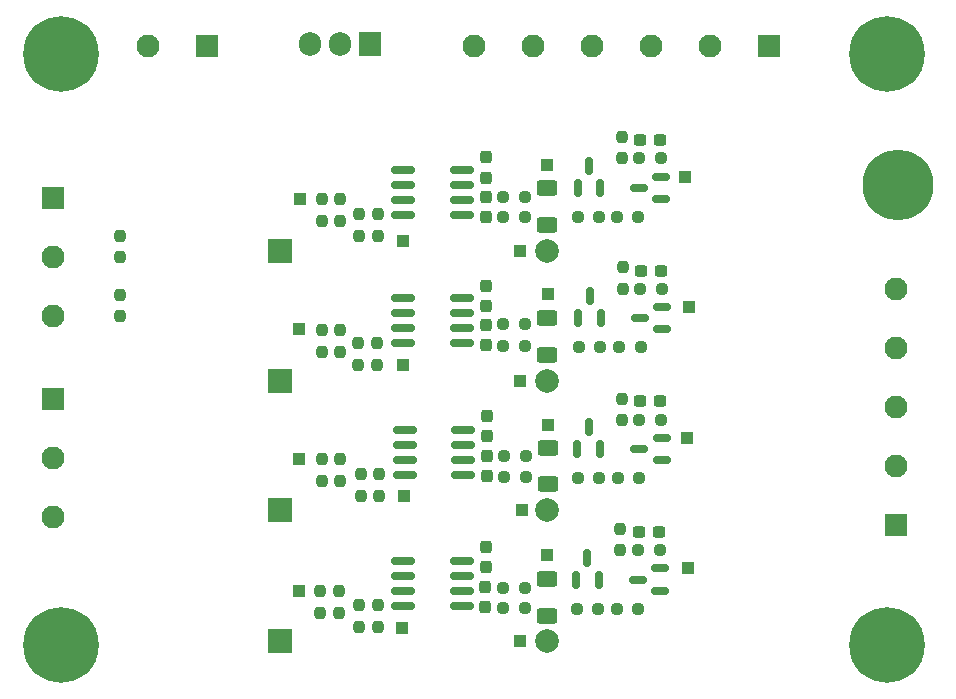
<source format=gbs>
%TF.GenerationSoftware,KiCad,Pcbnew,9.0.0*%
%TF.CreationDate,2025-03-25T18:58:09+01:00*%
%TF.ProjectId,HeatingBoard,48656174-696e-4674-926f-6172642e6b69,V1*%
%TF.SameCoordinates,Original*%
%TF.FileFunction,Soldermask,Bot*%
%TF.FilePolarity,Negative*%
%FSLAX46Y46*%
G04 Gerber Fmt 4.6, Leading zero omitted, Abs format (unit mm)*
G04 Created by KiCad (PCBNEW 9.0.0) date 2025-03-25 18:58:09*
%MOMM*%
%LPD*%
G01*
G04 APERTURE LIST*
G04 Aperture macros list*
%AMRoundRect*
0 Rectangle with rounded corners*
0 $1 Rounding radius*
0 $2 $3 $4 $5 $6 $7 $8 $9 X,Y pos of 4 corners*
0 Add a 4 corners polygon primitive as box body*
4,1,4,$2,$3,$4,$5,$6,$7,$8,$9,$2,$3,0*
0 Add four circle primitives for the rounded corners*
1,1,$1+$1,$2,$3*
1,1,$1+$1,$4,$5*
1,1,$1+$1,$6,$7*
1,1,$1+$1,$8,$9*
0 Add four rect primitives between the rounded corners*
20,1,$1+$1,$2,$3,$4,$5,0*
20,1,$1+$1,$4,$5,$6,$7,0*
20,1,$1+$1,$6,$7,$8,$9,0*
20,1,$1+$1,$8,$9,$2,$3,0*%
G04 Aperture macros list end*
%ADD10RoundRect,0.150000X0.587500X0.150000X-0.587500X0.150000X-0.587500X-0.150000X0.587500X-0.150000X0*%
%ADD11RoundRect,0.150000X0.150000X-0.587500X0.150000X0.587500X-0.150000X0.587500X-0.150000X-0.587500X0*%
%ADD12R,1.950000X1.950000*%
%ADD13C,1.950000*%
%ADD14C,6.400000*%
%ADD15R,2.006600X2.006600*%
%ADD16C,2.006600*%
%ADD17C,6.000000*%
%ADD18R,1.905000X2.000000*%
%ADD19O,1.905000X2.000000*%
%ADD20RoundRect,0.237500X0.250000X0.237500X-0.250000X0.237500X-0.250000X-0.237500X0.250000X-0.237500X0*%
%ADD21R,1.000000X1.000000*%
%ADD22RoundRect,0.237500X0.237500X-0.250000X0.237500X0.250000X-0.237500X0.250000X-0.237500X-0.250000X0*%
%ADD23RoundRect,0.237500X-0.237500X0.250000X-0.237500X-0.250000X0.237500X-0.250000X0.237500X0.250000X0*%
%ADD24RoundRect,0.237500X-0.300000X-0.237500X0.300000X-0.237500X0.300000X0.237500X-0.300000X0.237500X0*%
%ADD25RoundRect,0.150000X-0.825000X-0.150000X0.825000X-0.150000X0.825000X0.150000X-0.825000X0.150000X0*%
%ADD26RoundRect,0.237500X-0.250000X-0.237500X0.250000X-0.237500X0.250000X0.237500X-0.250000X0.237500X0*%
%ADD27RoundRect,0.237500X0.237500X-0.300000X0.237500X0.300000X-0.237500X0.300000X-0.237500X-0.300000X0*%
%ADD28RoundRect,0.250000X0.625000X-0.400000X0.625000X0.400000X-0.625000X0.400000X-0.625000X-0.400000X0*%
%ADD29RoundRect,0.237500X-0.237500X0.300000X-0.237500X-0.300000X0.237500X-0.300000X0.237500X0.300000X0*%
G04 APERTURE END LIST*
D10*
%TO.C,U12*%
X164012500Y-108450000D03*
X165887500Y-109400000D03*
X165887500Y-107500000D03*
%TD*%
D11*
%TO.C,U8*%
X159700000Y-106562500D03*
X158750000Y-108437500D03*
X160650000Y-108437500D03*
%TD*%
D10*
%TO.C,U10*%
X163962500Y-86350000D03*
X165837500Y-87300000D03*
X165837500Y-85400000D03*
%TD*%
D11*
%TO.C,U6*%
X159750000Y-84462500D03*
X158800000Y-86337500D03*
X160700000Y-86337500D03*
%TD*%
%TO.C,U9*%
X159600000Y-117662500D03*
X158650000Y-119537500D03*
X160550000Y-119537500D03*
%TD*%
D10*
%TO.C,U11*%
X164062500Y-97337500D03*
X165937500Y-98287500D03*
X165937500Y-96387500D03*
%TD*%
%TO.C,U13*%
X163862500Y-119500000D03*
X165737500Y-120450000D03*
X165737500Y-118550000D03*
%TD*%
D11*
%TO.C,U7*%
X160750000Y-97337500D03*
X158850000Y-97337500D03*
X159800000Y-95462500D03*
%TD*%
D12*
%TO.C,J2*%
X175000000Y-74300000D03*
D13*
X170000000Y-74300000D03*
X165000000Y-74300000D03*
X160000000Y-74300000D03*
X155000000Y-74300000D03*
X150000000Y-74300000D03*
%TD*%
D14*
%TO.C,H4*%
X115000000Y-125000000D03*
%TD*%
D12*
%TO.C,J1*%
X127400000Y-74300000D03*
D13*
X122400000Y-74300000D03*
%TD*%
D12*
%TO.C,J3*%
X114400000Y-87200000D03*
D13*
X114400000Y-92200000D03*
X114400000Y-97200000D03*
%TD*%
D15*
%TO.C,F2*%
X133600000Y-102700000D03*
D16*
X156200000Y-102700000D03*
%TD*%
D12*
%TO.C,J5*%
X185700000Y-114900000D03*
D13*
X185700000Y-109900000D03*
X185700000Y-104900000D03*
X185700000Y-99900000D03*
X185700000Y-94900000D03*
%TD*%
D15*
%TO.C,F4*%
X133600000Y-124700000D03*
D16*
X156200000Y-124700000D03*
%TD*%
D14*
%TO.C,H3*%
X115000000Y-75000000D03*
%TD*%
D15*
%TO.C,F3*%
X133600000Y-113600000D03*
D16*
X156200000Y-113600000D03*
%TD*%
D15*
%TO.C,F1*%
X133600000Y-91700000D03*
D16*
X156200000Y-91700000D03*
%TD*%
D14*
%TO.C,H2*%
X185000000Y-125000000D03*
%TD*%
D17*
%TO.C,TP1*%
X185900000Y-86100000D03*
%TD*%
D12*
%TO.C,J4*%
X114400000Y-104200000D03*
D13*
X114400000Y-109200000D03*
X114400000Y-114200000D03*
%TD*%
D18*
%TO.C,U5*%
X141240000Y-74155000D03*
D19*
X138700000Y-74155000D03*
X136160000Y-74155000D03*
%TD*%
D14*
%TO.C,H1*%
X185000000Y-75000000D03*
%TD*%
D20*
%TO.C,R7*%
X165812500Y-83800000D03*
X163987500Y-83800000D03*
%TD*%
D21*
%TO.C,TP8*%
X135200000Y-98276750D03*
%TD*%
D20*
%TO.C,R10*%
X154312500Y-87100000D03*
X152487500Y-87100000D03*
%TD*%
D21*
%TO.C,TP15*%
X154100000Y-113600000D03*
%TD*%
D22*
%TO.C,R27*%
X137100000Y-111112500D03*
X137100000Y-109287500D03*
%TD*%
D21*
%TO.C,TP7*%
X144000000Y-101300000D03*
%TD*%
%TO.C,TP16*%
X156300000Y-106400000D03*
%TD*%
D23*
%TO.C,R17*%
X138700000Y-98387500D03*
X138700000Y-100212500D03*
%TD*%
D20*
%TO.C,R43*%
X154287500Y-120195000D03*
X152462500Y-120195000D03*
%TD*%
%TO.C,R18*%
X165912500Y-94900000D03*
X164087500Y-94900000D03*
%TD*%
%TO.C,R40*%
X165712500Y-117000000D03*
X163887500Y-117000000D03*
%TD*%
D23*
%TO.C,R15*%
X141800000Y-99487500D03*
X141800000Y-101312500D03*
%TD*%
D21*
%TO.C,TP13*%
X135200000Y-109300000D03*
%TD*%
D23*
%TO.C,R2*%
X120000000Y-95387500D03*
X120000000Y-97212500D03*
%TD*%
D21*
%TO.C,TP17*%
X143900000Y-123600000D03*
%TD*%
D24*
%TO.C,C11*%
X163937500Y-115500000D03*
X165662500Y-115500000D03*
%TD*%
D22*
%TO.C,R25*%
X140400000Y-112412500D03*
X140400000Y-110587500D03*
%TD*%
D25*
%TO.C,U4*%
X144025000Y-121705000D03*
X144025000Y-120435000D03*
X144025000Y-119165000D03*
X144025000Y-117895000D03*
X148975000Y-117895000D03*
X148975000Y-119165000D03*
X148975000Y-120435000D03*
X148975000Y-121705000D03*
%TD*%
D26*
%TO.C,R20*%
X152487500Y-99700000D03*
X154312500Y-99700000D03*
%TD*%
D27*
%TO.C,C12*%
X150975000Y-121857500D03*
X150975000Y-120132500D03*
%TD*%
D21*
%TO.C,TP3*%
X135300000Y-87300000D03*
%TD*%
D26*
%TO.C,R46*%
X162087500Y-122000000D03*
X163912500Y-122000000D03*
%TD*%
D27*
%TO.C,C9*%
X151075000Y-110757500D03*
X151075000Y-109032500D03*
%TD*%
D26*
%TO.C,R24*%
X162287500Y-99800000D03*
X164112500Y-99800000D03*
%TD*%
D22*
%TO.C,R5*%
X137100000Y-89112500D03*
X137100000Y-87287500D03*
%TD*%
D24*
%TO.C,C2*%
X164037500Y-82300000D03*
X165762500Y-82300000D03*
%TD*%
D21*
%TO.C,TP20*%
X153900000Y-124700000D03*
%TD*%
%TO.C,TP10*%
X153900000Y-102700000D03*
%TD*%
D28*
%TO.C,R22*%
X156200000Y-100450000D03*
X156200000Y-97350000D03*
%TD*%
%TO.C,R44*%
X156175000Y-122545000D03*
X156175000Y-119445000D03*
%TD*%
D27*
%TO.C,C6*%
X151000000Y-99662500D03*
X151000000Y-97937500D03*
%TD*%
D21*
%TO.C,TP9*%
X168200000Y-96400000D03*
%TD*%
D24*
%TO.C,C8*%
X164037500Y-104400000D03*
X165762500Y-104400000D03*
%TD*%
D23*
%TO.C,R26*%
X142000000Y-110587500D03*
X142000000Y-112412500D03*
%TD*%
D29*
%TO.C,C4*%
X151000000Y-94637500D03*
X151000000Y-96362500D03*
%TD*%
D21*
%TO.C,TP11*%
X156300000Y-95300000D03*
%TD*%
D20*
%TO.C,R32*%
X154387500Y-108995000D03*
X152562500Y-108995000D03*
%TD*%
D22*
%TO.C,R41*%
X162400000Y-117012500D03*
X162400000Y-115187500D03*
%TD*%
D21*
%TO.C,TP4*%
X167900000Y-85400000D03*
%TD*%
D23*
%TO.C,R6*%
X138700000Y-87287500D03*
X138700000Y-89112500D03*
%TD*%
D21*
%TO.C,TP5*%
X153900000Y-91700000D03*
%TD*%
D29*
%TO.C,C10*%
X151000000Y-116737500D03*
X151000000Y-118462500D03*
%TD*%
D26*
%TO.C,R13*%
X162087500Y-88800000D03*
X163912500Y-88800000D03*
%TD*%
%TO.C,R31*%
X152562500Y-110795000D03*
X154387500Y-110795000D03*
%TD*%
D20*
%TO.C,R29*%
X165812500Y-106000000D03*
X163987500Y-106000000D03*
%TD*%
D29*
%TO.C,C1*%
X151000000Y-83737500D03*
X151000000Y-85462500D03*
%TD*%
D25*
%TO.C,U3*%
X144125000Y-110605000D03*
X144125000Y-109335000D03*
X144125000Y-108065000D03*
X144125000Y-106795000D03*
X149075000Y-106795000D03*
X149075000Y-108065000D03*
X149075000Y-109335000D03*
X149075000Y-110605000D03*
%TD*%
D21*
%TO.C,TP2*%
X144000000Y-90800000D03*
%TD*%
D26*
%TO.C,R42*%
X152462500Y-121895000D03*
X154287500Y-121895000D03*
%TD*%
%TO.C,R34*%
X158787500Y-110900000D03*
X160612500Y-110900000D03*
%TD*%
D22*
%TO.C,R19*%
X162600000Y-94862500D03*
X162600000Y-93037500D03*
%TD*%
D27*
%TO.C,C3*%
X151000000Y-88812500D03*
X151000000Y-87087500D03*
%TD*%
D22*
%TO.C,R8*%
X162500000Y-83812500D03*
X162500000Y-81987500D03*
%TD*%
D25*
%TO.C,U2*%
X144025000Y-99505000D03*
X144025000Y-98235000D03*
X144025000Y-96965000D03*
X144025000Y-95695000D03*
X148975000Y-95695000D03*
X148975000Y-96965000D03*
X148975000Y-98235000D03*
X148975000Y-99505000D03*
%TD*%
D26*
%TO.C,R9*%
X152487500Y-88800000D03*
X154312500Y-88800000D03*
%TD*%
D22*
%TO.C,R38*%
X137000000Y-122312500D03*
X137000000Y-120487500D03*
%TD*%
D29*
%TO.C,C7*%
X151100000Y-105637500D03*
X151100000Y-107362500D03*
%TD*%
D23*
%TO.C,R1*%
X120000000Y-90387500D03*
X120000000Y-92212500D03*
%TD*%
D20*
%TO.C,R21*%
X154312500Y-97900000D03*
X152487500Y-97900000D03*
%TD*%
D24*
%TO.C,C5*%
X164137500Y-93400000D03*
X165862500Y-93400000D03*
%TD*%
D25*
%TO.C,U1*%
X144025000Y-88605000D03*
X144025000Y-87335000D03*
X144025000Y-86065000D03*
X144025000Y-84795000D03*
X148975000Y-84795000D03*
X148975000Y-86065000D03*
X148975000Y-87335000D03*
X148975000Y-88605000D03*
%TD*%
D28*
%TO.C,R33*%
X156275000Y-111445000D03*
X156275000Y-108345000D03*
%TD*%
D26*
%TO.C,R23*%
X158887500Y-99800000D03*
X160712500Y-99800000D03*
%TD*%
%TO.C,R12*%
X158787500Y-88800000D03*
X160612500Y-88800000D03*
%TD*%
D23*
%TO.C,R39*%
X138600000Y-120487500D03*
X138600000Y-122312500D03*
%TD*%
%TO.C,R28*%
X138700000Y-109287500D03*
X138700000Y-111112500D03*
%TD*%
%TO.C,R37*%
X141900000Y-121687500D03*
X141900000Y-123512500D03*
%TD*%
D21*
%TO.C,TP12*%
X144100000Y-112400000D03*
%TD*%
D22*
%TO.C,R14*%
X140200000Y-101312500D03*
X140200000Y-99487500D03*
%TD*%
D23*
%TO.C,R4*%
X141900000Y-88587500D03*
X141900000Y-90412500D03*
%TD*%
D21*
%TO.C,TP18*%
X135200000Y-120500000D03*
%TD*%
%TO.C,TP6*%
X156200000Y-84400000D03*
%TD*%
D26*
%TO.C,R35*%
X162187500Y-110900000D03*
X164012500Y-110900000D03*
%TD*%
D21*
%TO.C,TP19*%
X168100000Y-118500000D03*
%TD*%
D28*
%TO.C,R11*%
X156200000Y-89450000D03*
X156200000Y-86350000D03*
%TD*%
D22*
%TO.C,R3*%
X140300000Y-90412500D03*
X140300000Y-88587500D03*
%TD*%
%TO.C,R30*%
X162500000Y-106012500D03*
X162500000Y-104187500D03*
%TD*%
D26*
%TO.C,R45*%
X158687500Y-122000000D03*
X160512500Y-122000000D03*
%TD*%
D21*
%TO.C,TP21*%
X156200000Y-117400000D03*
%TD*%
D22*
%TO.C,R16*%
X137100000Y-100212500D03*
X137100000Y-98387500D03*
%TD*%
%TO.C,R36*%
X140300000Y-123512500D03*
X140300000Y-121687500D03*
%TD*%
D21*
%TO.C,TP14*%
X168000000Y-107500000D03*
%TD*%
M02*

</source>
